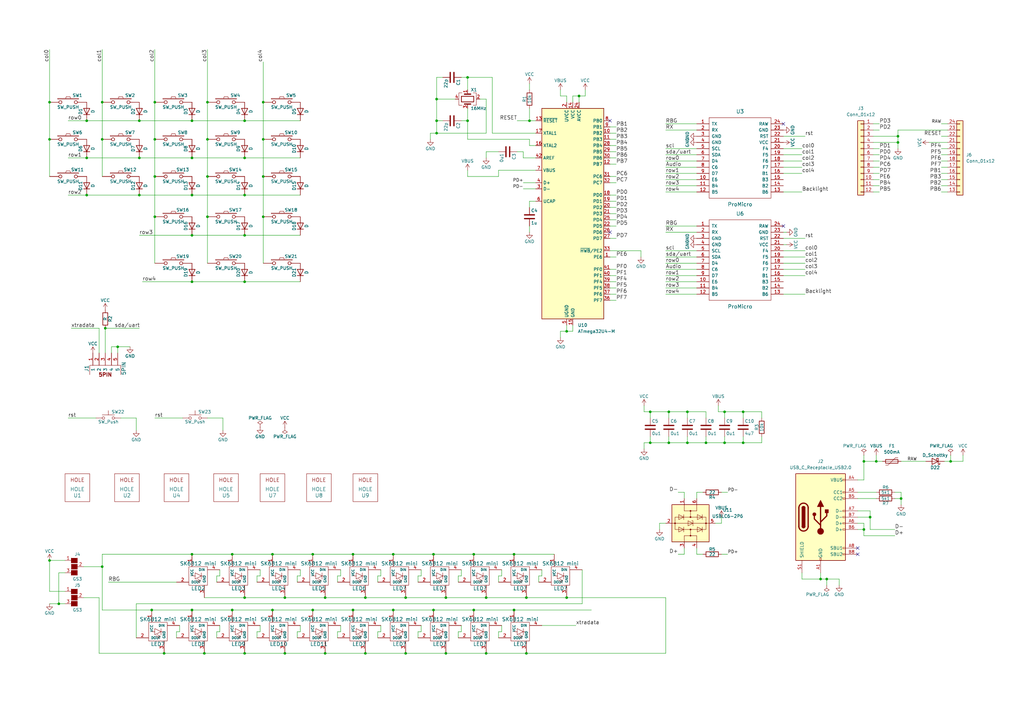
<source format=kicad_sch>
(kicad_sch (version 20230121) (generator eeschema)
  (paper "A3")
  (title_block (title "Dash") (rev "1.0.0-alpha") (company "omkbd"))
  (junction (at 95.25 250.19))
  (junction (at 20.32 57.15))
  (junction (at 354.33 189.23))
  (junction (at 389.89 189.23))
  (junction (at 191.77 31.75))
  (junction (at 133.35 267.97))
  (junction (at 35.56 49.53))
  (junction (at 24.13 247.65))
  (junction (at 100.33 267.97))
  (junction (at 297.18 181.61))
  (junction (at 232.41 245.11))
  (junction (at 128.27 250.19))
  (junction (at 116.84 267.97))
  (junction (at 100.33 80.01))
  (junction (at 41.91 232.41))
  (junction (at 289.56 181.61))
  (junction (at 177.8 227.33))
  (junction (at 210.82 250.19))
  (junction (at 57.15 64.77))
  (junction (at 100.33 64.77))
  (junction (at 199.39 267.97))
  (junction (at 116.84 245.11))
  (junction (at 144.78 250.19))
  (junction (at 78.74 80.01))
  (junction (at 111.76 250.19))
  (junction (at 194.31 227.33))
  (junction (at 107.95 57.15))
  (junction (at 107.95 41.91))
  (junction (at 63.5 88.9))
  (junction (at 368.3 55.88))
  (junction (at 107.95 72.39))
  (junction (at 78.74 227.33))
  (junction (at 20.32 229.87))
  (junction (at 281.94 168.91))
  (junction (at 43.18 134.62))
  (junction (at 274.32 168.91))
  (junction (at 83.82 267.97))
  (junction (at 359.41 189.23))
  (junction (at 215.9 267.97))
  (junction (at 266.7 168.91))
  (junction (at 166.37 245.11))
  (junction (at 339.09 237.49))
  (junction (at 100.33 49.53))
  (junction (at 85.09 72.39))
  (junction (at 199.39 245.11))
  (junction (at 78.74 49.53))
  (junction (at 20.32 41.91))
  (junction (at 281.94 181.61))
  (junction (at 304.8 181.61))
  (junction (at 149.86 267.97))
  (junction (at 217.17 49.53))
  (junction (at 191.77 49.53))
  (junction (at 41.91 41.91))
  (junction (at 111.76 227.33))
  (junction (at 149.86 245.11))
  (junction (at 85.09 41.91))
  (junction (at 161.29 227.33))
  (junction (at 179.07 54.61))
  (junction (at 63.5 57.15))
  (junction (at 100.33 245.11))
  (junction (at 182.88 245.11))
  (junction (at 182.88 267.97))
  (junction (at 177.8 250.19))
  (junction (at 95.25 227.33))
  (junction (at 297.18 168.91))
  (junction (at 194.31 250.19))
  (junction (at 35.56 64.77))
  (junction (at 78.74 250.19))
  (junction (at 85.09 57.15))
  (junction (at 266.7 181.61))
  (junction (at 85.09 88.9))
  (junction (at 166.37 267.97))
  (junction (at 35.56 80.01))
  (junction (at 304.8 168.91))
  (junction (at 179.07 40.64))
  (junction (at 62.23 250.19))
  (junction (at 354.33 217.17))
  (junction (at 100.33 115.57))
  (junction (at 41.91 57.15))
  (junction (at 210.82 227.33))
  (junction (at 368.3 58.42))
  (junction (at 57.15 80.01))
  (junction (at 48.26 142.24))
  (junction (at 100.33 96.52))
  (junction (at 78.74 115.57))
  (junction (at 356.87 212.09))
  (junction (at 78.74 64.77))
  (junction (at 215.9 245.11))
  (junction (at 232.41 135.89))
  (junction (at 369.57 204.47))
  (junction (at 336.55 237.49))
  (junction (at 57.15 49.53))
  (junction (at 63.5 72.39))
  (junction (at 63.5 41.91))
  (junction (at 161.29 250.19))
  (junction (at 237.49 39.37))
  (junction (at 128.27 227.33))
  (junction (at 179.07 49.53))
  (junction (at 144.78 227.33))
  (junction (at 133.35 245.11))
  (junction (at 107.95 88.9))
  (junction (at 274.32 181.61))
  (junction (at 67.31 267.97))
  (junction (at 78.74 96.52))
  (no_connect (at 321.31 92.71))
  (no_connect (at 321.31 50.8))
  (no_connect (at 351.79 227.33))
  (no_connect (at 250.19 49.53))
  (no_connect (at 250.19 95.25))
  (no_connect (at 351.79 224.79))
  (wire (pts (xy 100.33 96.52) (xy 123.19 96.52)))
  (wire (pts (xy 189.23 233.68) (xy 189.23 236.22)))
  (wire (pts (xy 234.95 39.37) (xy 234.95 41.91)))
  (wire (pts (xy 369.57 204.47) (xy 369.57 207.01)))
  (wire (pts (xy 111.76 227.33) (xy 128.27 227.33)))
  (wire (pts (xy 328.93 237.49) (xy 336.55 237.49)))
  (wire (pts (xy 264.16 168.91) (xy 266.7 168.91)))
  (wire (pts (xy 41.91 20.32) (xy 41.91 41.91)))
  (wire (pts (xy 266.7 168.91) (xy 266.7 171.45)))
  (wire (pts (xy 177.8 227.33) (xy 194.31 227.33)))
  (wire (pts (xy 43.18 134.62) (xy 43.18 144.78)))
  (wire (pts (xy 358.14 78.74) (xy 360.68 78.74)))
  (wire (pts (xy 204.47 72.39) (xy 191.77 72.39)))
  (wire (pts (xy 176.53 54.61) (xy 179.07 54.61)))
  (wire (pts (xy 55.88 247.65) (xy 238.76 247.65)))
  (wire (pts (xy 41.91 227.33) (xy 41.91 232.41)))
  (wire (pts (xy 154.94 236.22) (xy 154.94 238.76)))
  (wire (pts (xy 179.07 31.75) (xy 179.07 40.64)))
  (wire (pts (xy 199.39 245.11) (xy 215.9 245.11)))
  (wire (pts (xy 386.08 66.04) (xy 388.62 66.04)))
  (wire (pts (xy 394.97 189.23) (xy 394.97 186.69)))
  (wire (pts (xy 139.7 259.08) (xy 138.43 259.08)))
  (wire (pts (xy 72.39 259.08) (xy 72.39 261.62)))
  (wire (pts (xy 40.64 144.78) (xy 40.64 134.62)))
  (wire (pts (xy 312.42 181.61) (xy 304.8 181.61)))
  (wire (pts (xy 354.33 196.85) (xy 351.79 196.85)))
  (wire (pts (xy 189.23 49.53) (xy 191.77 49.53)))
  (wire (pts (xy 289.56 181.61) (xy 297.18 181.61)))
  (wire (pts (xy 250.19 113.03) (xy 252.73 113.03)))
  (wire (pts (xy 250.19 115.57) (xy 252.73 115.57)))
  (wire (pts (xy 273.05 115.57) (xy 285.75 115.57)))
  (wire (pts (xy 138.43 259.08) (xy 138.43 261.62)))
  (wire (pts (xy 107.95 41.91) (xy 107.95 57.15)))
  (wire (pts (xy 20.32 20.32) (xy 20.32 41.91)))
  (wire (pts (xy 204.47 69.85) (xy 204.47 72.39)))
  (wire (pts (xy 354.33 214.63) (xy 354.33 217.17)))
  (wire (pts (xy 351.79 201.93) (xy 359.41 201.93)))
  (wire (pts (xy 128.27 227.33) (xy 144.78 227.33)))
  (wire (pts (xy 201.93 54.61) (xy 219.71 54.61)))
  (wire (pts (xy 73.66 256.54) (xy 73.66 259.08)))
  (wire (pts (xy 205.74 236.22) (xy 204.47 236.22)))
  (wire (pts (xy 234.95 39.37) (xy 237.49 39.37)))
  (wire (pts (xy 386.08 50.8) (xy 388.62 50.8)))
  (wire (pts (xy 321.31 120.65) (xy 330.2 120.65)))
  (wire (pts (xy 240.03 39.37) (xy 240.03 36.83)))
  (wire (pts (xy 297.18 168.91) (xy 304.8 168.91)))
  (wire (pts (xy 214.63 64.77) (xy 219.71 64.77)))
  (wire (pts (xy 20.32 41.91) (xy 20.32 57.15)))
  (wire (pts (xy 273.05 110.49) (xy 285.75 110.49)))
  (wire (pts (xy 100.33 115.57) (xy 123.19 115.57)))
  (wire (pts (xy 336.55 237.49) (xy 336.55 234.95)))
  (wire (pts (xy 85.09 171.45) (xy 91.44 171.45)))
  (wire (pts (xy 351.79 214.63) (xy 354.33 214.63)))
  (wire (pts (xy 41.91 250.19) (xy 62.23 250.19)))
  (wire (pts (xy 181.61 31.75) (xy 179.07 31.75)))
  (wire (pts (xy 58.42 115.57) (xy 78.74 115.57)))
  (wire (pts (xy 321.31 71.12) (xy 328.93 71.12)))
  (wire (pts (xy 351.79 209.55) (xy 356.87 209.55)))
  (wire (pts (xy 90.17 256.54) (xy 90.17 259.08)))
  (wire (pts (xy 67.31 267.97) (xy 83.82 267.97)))
  (wire (pts (xy 189.23 259.08) (xy 187.96 259.08)))
  (wire (pts (xy 78.74 49.53) (xy 100.33 49.53)))
  (wire (pts (xy 321.31 95.25) (xy 322.58 95.25)))
  (wire (pts (xy 273.05 68.58) (xy 285.75 68.58)))
  (wire (pts (xy 229.87 135.89) (xy 232.41 135.89)))
  (wire (pts (xy 339.09 237.49) (xy 339.09 240.03)))
  (wire (pts (xy 386.08 55.88) (xy 388.62 55.88)))
  (wire (pts (xy 358.14 76.2) (xy 360.68 76.2)))
  (wire (pts (xy 189.23 256.54) (xy 189.23 259.08)))
  (wire (pts (xy 220.98 236.22) (xy 220.98 238.76)))
  (wire (pts (xy 232.41 135.89) (xy 234.95 135.89)))
  (wire (pts (xy 321.31 107.95) (xy 330.2 107.95)))
  (wire (pts (xy 368.3 53.34) (xy 368.3 55.88)))
  (wire (pts (xy 107.95 25.4) (xy 107.95 41.91)))
  (wire (pts (xy 90.17 236.22) (xy 88.9 236.22)))
  (wire (pts (xy 274.32 181.61) (xy 274.32 179.07)))
  (wire (pts (xy 351.79 204.47) (xy 359.41 204.47)))
  (wire (pts (xy 199.39 62.23) (xy 199.39 64.77)))
  (wire (pts (xy 297.18 181.61) (xy 304.8 181.61)))
  (wire (pts (xy 85.09 88.9) (xy 85.09 107.95)))
  (wire (pts (xy 27.94 49.53) (xy 35.56 49.53)))
  (wire (pts (xy 182.88 267.97) (xy 199.39 267.97)))
  (wire (pts (xy 45.72 144.78) (xy 45.72 142.24)))
  (wire (pts (xy 312.42 179.07) (xy 312.42 181.61)))
  (wire (pts (xy 351.79 217.17) (xy 354.33 217.17)))
  (wire (pts (xy 217.17 44.45) (xy 217.17 49.53)))
  (wire (pts (xy 356.87 212.09) (xy 356.87 217.17)))
  (wire (pts (xy 133.35 267.97) (xy 149.86 267.97)))
  (wire (pts (xy 63.5 41.91) (xy 63.5 57.15)))
  (wire (pts (xy 100.33 49.53) (xy 123.19 49.53)))
  (wire (pts (xy 95.25 227.33) (xy 111.76 227.33)))
  (wire (pts (xy 215.9 245.11) (xy 232.41 245.11)))
  (wire (pts (xy 273.05 267.97) (xy 273.05 245.11)))
  (wire (pts (xy 128.27 250.19) (xy 144.78 250.19)))
  (wire (pts (xy 232.41 245.11) (xy 273.05 245.11)))
  (wire (pts (xy 201.93 31.75) (xy 201.93 54.61)))
  (wire (pts (xy 214.63 64.77) (xy 214.63 62.23)))
  (wire (pts (xy 187.96 259.08) (xy 187.96 261.62)))
  (wire (pts (xy 63.5 88.9) (xy 63.5 107.95)))
  (wire (pts (xy 144.78 227.33) (xy 161.29 227.33)))
  (wire (pts (xy 217.17 82.55) (xy 219.71 82.55)))
  (wire (pts (xy 273.05 120.65) (xy 285.75 120.65)))
  (wire (pts (xy 356.87 212.09) (xy 351.79 212.09)))
  (wire (pts (xy 191.77 44.45) (xy 191.77 49.53)))
  (wire (pts (xy 138.43 236.22) (xy 138.43 238.76)))
  (wire (pts (xy 250.19 54.61) (xy 252.73 54.61)))
  (wire (pts (xy 219.71 77.47) (xy 214.63 77.47)))
  (wire (pts (xy 321.31 113.03) (xy 330.2 113.03)))
  (wire (pts (xy 48.26 142.24) (xy 48.26 144.78)))
  (wire (pts (xy 194.31 250.19) (xy 210.82 250.19)))
  (wire (pts (xy 321.31 102.87) (xy 330.2 102.87)))
  (wire (pts (xy 41.91 57.15) (xy 41.91 72.39)))
  (wire (pts (xy 171.45 259.08) (xy 171.45 261.62)))
  (wire (pts (xy 386.08 60.96) (xy 388.62 60.96)))
  (wire (pts (xy 250.19 80.01) (xy 252.73 80.01)))
  (wire (pts (xy 232.41 39.37) (xy 229.87 39.37)))
  (wire (pts (xy 121.92 259.08) (xy 121.92 261.62)))
  (wire (pts (xy 285.75 63.5) (xy 273.05 63.5)))
  (wire (pts (xy 149.86 267.97) (xy 166.37 267.97)))
  (wire (pts (xy 295.91 201.93) (xy 298.45 201.93)))
  (wire (pts (xy 88.9 259.08) (xy 88.9 261.62)))
  (wire (pts (xy 199.39 54.61) (xy 199.39 40.64)))
  (wire (pts (xy 78.74 227.33) (xy 95.25 227.33)))
  (wire (pts (xy 111.76 250.19) (xy 128.27 250.19)))
  (wire (pts (xy 250.19 123.19) (xy 252.73 123.19)))
  (wire (pts (xy 116.84 267.97) (xy 133.35 267.97)))
  (wire (pts (xy 273.05 92.71) (xy 285.75 92.71)))
  (wire (pts (xy 321.31 63.5) (xy 328.93 63.5)))
  (wire (pts (xy 139.7 256.54) (xy 139.7 259.08)))
  (wire (pts (xy 205.74 259.08) (xy 204.47 259.08)))
  (wire (pts (xy 358.14 66.04) (xy 360.68 66.04)))
  (wire (pts (xy 386.08 63.5) (xy 388.62 63.5)))
  (wire (pts (xy 49.53 171.45) (xy 55.88 171.45)))
  (wire (pts (xy 107.95 57.15) (xy 107.95 72.39)))
  (wire (pts (xy 281.94 168.91) (xy 281.94 171.45)))
  (wire (pts (xy 27.94 80.01) (xy 35.56 80.01)))
  (wire (pts (xy 229.87 138.43) (xy 229.87 135.89)))
  (wire (pts (xy 35.56 49.53) (xy 57.15 49.53)))
  (wire (pts (xy 85.09 57.15) (xy 85.09 72.39)))
  (wire (pts (xy 62.23 250.19) (xy 78.74 250.19)))
  (wire (pts (xy 381 58.42) (xy 388.62 58.42)))
  (wire (pts (xy 281.94 181.61) (xy 289.56 181.61)))
  (wire (pts (xy 321.31 66.04) (xy 328.93 66.04)))
  (wire (pts (xy 250.19 92.71) (xy 252.73 92.71)))
  (wire (pts (xy 182.88 245.11) (xy 199.39 245.11)))
  (wire (pts (xy 26.67 234.95) (xy 24.13 234.95)))
  (wire (pts (xy 57.15 49.53) (xy 78.74 49.53)))
  (wire (pts (xy 214.63 62.23) (xy 212.09 62.23)))
  (wire (pts (xy 199.39 62.23) (xy 204.47 62.23)))
  (wire (pts (xy 105.41 259.08) (xy 105.41 261.62)))
  (wire (pts (xy 121.92 236.22) (xy 121.92 238.76)))
  (wire (pts (xy 264.16 181.61) (xy 266.7 181.61)))
  (wire (pts (xy 294.64 168.91) (xy 294.64 166.37)))
  (wire (pts (xy 222.25 233.68) (xy 222.25 236.22)))
  (wire (pts (xy 161.29 227.33) (xy 177.8 227.33)))
  (wire (pts (xy 107.95 88.9) (xy 107.95 107.95)))
  (wire (pts (xy 57.15 64.77) (xy 78.74 64.77)))
  (wire (pts (xy 179.07 40.64) (xy 179.07 49.53)))
  (wire (pts (xy 336.55 237.49) (xy 339.09 237.49)))
  (wire (pts (xy 106.68 233.68) (xy 106.68 236.22)))
  (wire (pts (xy 116.84 245.11) (xy 133.35 245.11)))
  (wire (pts (xy 133.35 245.11) (xy 149.86 245.11)))
  (wire (pts (xy 85.09 41.91) (xy 85.09 57.15)))
  (wire (pts (xy 41.91 41.91) (xy 41.91 57.15)))
  (wire (pts (xy 280.67 201.93) (xy 280.67 204.47)))
  (wire (pts (xy 85.09 20.32) (xy 85.09 41.91)))
  (wire (pts (xy 273.05 73.66) (xy 285.75 73.66)))
  (wire (pts (xy 156.21 236.22) (xy 154.94 236.22)))
  (wire (pts (xy 273.05 78.74) (xy 285.75 78.74)))
  (wire (pts (xy 234.95 135.89) (xy 234.95 133.35)))
  (wire (pts (xy 354.33 219.71) (xy 367.03 219.71)))
  (wire (pts (xy 321.31 55.88) (xy 330.2 55.88)))
  (wire (pts (xy 289.56 168.91) (xy 289.56 171.45)))
  (wire (pts (xy 41.91 227.33) (xy 78.74 227.33)))
  (wire (pts (xy 273.05 50.8) (xy 285.75 50.8)))
  (wire (pts (xy 285.75 105.41) (xy 273.05 105.41)))
  (wire (pts (xy 358.14 63.5) (xy 360.68 63.5)))
  (wire (pts (xy 144.78 250.19) (xy 161.29 250.19)))
  (wire (pts (xy 274.32 181.61) (xy 281.94 181.61)))
  (wire (pts (xy 123.19 256.54) (xy 123.19 259.08)))
  (wire (pts (xy 250.19 67.31) (xy 252.73 67.31)))
  (wire (pts (xy 204.47 236.22) (xy 204.47 238.76)))
  (wire (pts (xy 273.05 113.03) (xy 285.75 113.03)))
  (wire (pts (xy 78.74 115.57) (xy 100.33 115.57)))
  (wire (pts (xy 285.75 60.96) (xy 273.05 60.96)))
  (wire (pts (xy 199.39 40.64) (xy 196.85 40.64)))
  (wire (pts (xy 281.94 181.61) (xy 281.94 179.07)))
  (wire (pts (xy 217.17 49.53) (xy 219.71 49.53)))
  (wire (pts (xy 232.41 135.89) (xy 232.41 133.35)))
  (wire (pts (xy 105.41 236.22) (xy 105.41 238.76)))
  (wire (pts (xy 250.19 64.77) (xy 252.73 64.77)))
  (wire (pts (xy 95.25 250.19) (xy 111.76 250.19)))
  (wire (pts (xy 45.72 142.24) (xy 48.26 142.24)))
  (wire (pts (xy 123.19 236.22) (xy 121.92 236.22)))
  (wire (pts (xy 100.33 64.77) (xy 123.19 64.77)))
  (wire (pts (xy 273.05 71.12) (xy 285.75 71.12)))
  (wire (pts (xy 280.67 227.33) (xy 280.67 224.79)))
  (wire (pts (xy 285.75 201.93) (xy 288.29 201.93)))
  (wire (pts (xy 35.56 64.77) (xy 57.15 64.77)))
  (wire (pts (xy 172.72 256.54) (xy 172.72 259.08)))
  (wire (pts (xy 83.82 245.11) (xy 100.33 245.11)))
  (wire (pts (xy 285.75 227.33) (xy 288.29 227.33)))
  (wire (pts (xy 156.21 259.08) (xy 154.94 259.08)))
  (wire (pts (xy 368.3 58.42) (xy 358.14 58.42)))
  (wire (pts (xy 43.18 134.62) (xy 57.15 134.62)))
  (wire (pts (xy 232.41 41.91) (xy 232.41 39.37)))
  (wire (pts (xy 172.72 259.08) (xy 171.45 259.08)))
  (wire (pts (xy 48.26 142.24) (xy 53.34 142.24)))
  (wire (pts (xy 358.14 73.66) (xy 360.68 73.66)))
  (wire (pts (xy 266.7 181.61) (xy 274.32 181.61)))
  (wire (pts (xy 199.39 267.97) (xy 215.9 267.97)))
  (wire (pts (xy 20.32 57.15) (xy 20.32 72.39)))
  (wire (pts (xy 321.31 110.49) (xy 330.2 110.49)))
  (wire (pts (xy 250.19 90.17) (xy 252.73 90.17)))
  (wire (pts (xy 194.31 227.33) (xy 210.82 227.33)))
  (wire (pts (xy 273.05 53.34) (xy 285.75 53.34)))
  (wire (pts (xy 273.05 118.11) (xy 285.75 118.11)))
  (wire (pts (xy 386.08 68.58) (xy 388.62 68.58)))
  (wire (pts (xy 171.45 236.22) (xy 171.45 238.76)))
  (wire (pts (xy 368.3 58.42) (xy 368.3 60.96)))
  (wire (pts (xy 73.66 259.08) (xy 72.39 259.08)))
  (wire (pts (xy 39.37 171.45) (xy 27.94 171.45)))
  (wire (pts (xy 386.08 76.2) (xy 388.62 76.2)))
  (wire (pts (xy 358.14 68.58) (xy 360.68 68.58)))
  (wire (pts (xy 328.93 234.95) (xy 328.93 237.49)))
  (wire (pts (xy 297.18 171.45) (xy 297.18 168.91)))
  (wire (pts (xy 55.88 171.45) (xy 55.88 176.53)))
  (wire (pts (xy 217.17 36.83) (xy 217.17 34.29)))
  (wire (pts (xy 177.8 250.19) (xy 194.31 250.19)))
  (wire (pts (xy 90.17 259.08) (xy 88.9 259.08)))
  (wire (pts (xy 205.74 256.54) (xy 205.74 259.08)))
  (wire (pts (xy 172.72 236.22) (xy 171.45 236.22)))
  (wire (pts (xy 35.56 80.01) (xy 57.15 80.01)))
  (wire (pts (xy 176.53 54.61) (xy 176.53 57.15)))
  (wire (pts (xy 237.49 39.37) (xy 240.03 39.37)))
  (wire (pts (xy 359.41 189.23) (xy 359.41 186.69)))
  (wire (pts (xy 100.33 80.01) (xy 123.19 80.01)))
  (wire (pts (xy 20.32 247.65) (xy 24.13 247.65)))
  (wire (pts (xy 187.96 236.22) (xy 187.96 238.76)))
  (wire (pts (xy 250.19 87.63) (xy 252.73 87.63)))
  (wire (pts (xy 354.33 217.17) (xy 354.33 219.71)))
  (wire (pts (xy 210.82 250.19) (xy 242.57 250.19)))
  (wire (pts (xy 161.29 250.19) (xy 177.8 250.19)))
  (wire (pts (xy 250.19 72.39) (xy 252.73 72.39)))
  (wire (pts (xy 250.19 74.93) (xy 252.73 74.93)))
  (wire (pts (xy 266.7 168.91) (xy 274.32 168.91)))
  (wire (pts (xy 387.35 189.23) (xy 389.89 189.23)))
  (wire (pts (xy 212.09 49.53) (xy 217.17 49.53)))
  (wire (pts (xy 78.74 64.77) (xy 100.33 64.77)))
  (wire (pts (xy 386.08 73.66) (xy 388.62 73.66)))
  (wire (pts (xy 250.19 59.69) (xy 252.73 59.69)))
  (wire (pts (xy 123.19 233.68) (xy 123.19 236.22)))
  (wire (pts (xy 389.89 186.69) (xy 389.89 189.23)))
  (wire (pts (xy 294.64 168.91) (xy 297.18 168.91)))
  (wire (pts (xy 123.19 259.08) (xy 121.92 259.08)))
  (wire (pts (xy 219.71 69.85) (xy 204.47 69.85)))
  (wire (pts (xy 204.47 259.08) (xy 204.47 261.62)))
  (wire (pts (xy 278.13 227.33) (xy 280.67 227.33)))
  (wire (pts (xy 250.19 97.79) (xy 252.73 97.79)))
  (wire (pts (xy 57.15 80.01) (xy 78.74 80.01)))
  (wire (pts (xy 106.68 259.08) (xy 105.41 259.08)))
  (wire (pts (xy 34.29 245.11) (xy 40.64 245.11)))
  (wire (pts (xy 210.82 227.33) (xy 227.33 227.33)))
  (wire (pts (xy 274.32 168.91) (xy 281.94 168.91)))
  (wire (pts (xy 344.17 237.49) (xy 344.17 240.03)))
  (wire (pts (xy 40.64 245.11) (xy 40.64 267.97)))
  (wire (pts (xy 321.31 60.96) (xy 328.93 60.96)))
  (wire (pts (xy 222.25 256.54) (xy 236.22 256.54)))
  (wire (pts (xy 222.25 236.22) (xy 220.98 236.22)))
  (wire (pts (xy 358.14 50.8) (xy 360.68 50.8)))
  (wire (pts (xy 106.68 256.54) (xy 106.68 259.08)))
  (wire (pts (xy 201.93 31.75) (xy 191.77 31.75)))
  (wire (pts (xy 40.64 267.97) (xy 67.31 267.97)))
  (wire (pts (xy 312.42 171.45) (xy 312.42 168.91)))
  (wire (pts (xy 85.09 72.39) (xy 85.09 88.9)))
  (wire (pts (xy 354.33 189.23) (xy 354.33 196.85)))
  (wire (pts (xy 266.7 179.07) (xy 266.7 181.61)))
  (wire (pts (xy 106.68 236.22) (xy 105.41 236.22)))
  (wire (pts (xy 217.17 57.15) (xy 217.17 59.69)))
  (wire (pts (xy 321.31 97.79) (xy 330.2 97.79)))
  (wire (pts (xy 189.23 31.75) (xy 191.77 31.75)))
  (wire (pts (xy 34.29 232.41) (xy 41.91 232.41)))
  (wire (pts (xy 295.91 212.09) (xy 295.91 214.63)))
  (wire (pts (xy 356.87 209.55) (xy 356.87 212.09)))
  (wire (pts (xy 250.19 120.65) (xy 252.73 120.65)))
  (wire (pts (xy 238.76 247.65) (xy 238.76 233.68)))
  (wire (pts (xy 359.41 189.23) (xy 361.95 189.23)))
  (wire (pts (xy 26.67 242.57) (xy 20.32 242.57)))
  (wire (pts (xy 285.75 102.87) (xy 273.05 102.87)))
  (wire (pts (xy 250.19 85.09) (xy 252.73 85.09)))
  (wire (pts (xy 179.07 54.61) (xy 199.39 54.61)))
  (wire (pts (xy 273.05 76.2) (xy 285.75 76.2)))
  (wire (pts (xy 328.93 78.74) (xy 321.31 78.74)))
  (wire (pts (xy 250.19 118.11) (xy 252.73 118.11)))
  (wire (pts (xy 368.3 53.34) (xy 388.62 53.34)))
  (wire (pts (xy 312.42 168.91) (xy 304.8 168.91)))
  (wire (pts (xy 156.21 256.54) (xy 156.21 259.08)))
  (wire (pts (xy 321.31 100.33) (xy 322.58 100.33)))
  (wire (pts (xy 368.3 55.88) (xy 368.3 58.42)))
  (wire (pts (xy 217.17 82.55) (xy 217.17 85.09)))
  (wire (pts (xy 289.56 181.61) (xy 289.56 179.07)))
  (wire (pts (xy 250.19 62.23) (xy 252.73 62.23)))
  (wire (pts (xy 264.16 181.61) (xy 264.16 184.15)))
  (wire (pts (xy 250.19 57.15) (xy 252.73 57.15)))
  (wire (pts (xy 262.89 102.87) (xy 262.89 105.41)))
  (wire (pts (xy 57.15 96.52) (xy 78.74 96.52)))
  (wire (pts (xy 285.75 224.79) (xy 285.75 227.33)))
  (wire (pts (xy 27.94 64.77) (xy 35.56 64.77)))
  (wire (pts (xy 304.8 181.61) (xy 304.8 179.07)))
  (wire (pts (xy 166.37 245.11) (xy 182.88 245.11)))
  (wire (pts (xy 281.94 168.91) (xy 289.56 168.91)))
  (wire (pts (xy 191.77 57.15) (xy 217.17 57.15)))
  (wire (pts (xy 386.08 71.12) (xy 388.62 71.12)))
  (wire (pts (xy 250.19 52.07) (xy 252.73 52.07)))
  (wire (pts (xy 179.07 49.53) (xy 179.07 54.61)))
  (wire (pts (xy 217.17 92.71) (xy 217.17 95.25)))
  (wire (pts (xy 44.45 238.76) (xy 72.39 238.76)))
  (wire (pts (xy 264.16 168.91) (xy 264.16 166.37)))
  (wire (pts (xy 386.08 78.74) (xy 388.62 78.74)))
  (wire (pts (xy 78.74 96.52) (xy 100.33 96.52)))
  (wire (pts (xy 41.91 232.41) (xy 41.91 250.19)))
  (wire (pts (xy 215.9 267.97) (xy 273.05 267.97)))
  (wire (pts (xy 88.9 236.22) (xy 88.9 238.76)))
  (wire (pts (xy 389.89 189.23) (xy 394.97 189.23)))
  (wire (pts (xy 358.14 60.96) (xy 360.68 60.96)))
  (wire (pts (xy 358.14 53.34) (xy 360.68 53.34)))
  (wire (pts (xy 191.77 49.53) (xy 191.77 57.15)))
  (wire (pts (xy 189.23 236.22) (xy 187.96 236.22)))
  (wire (pts (xy 74.93 171.45) (xy 63.5 171.45)))
  (wire (pts (xy 321.31 105.41) (xy 330.2 105.41)))
  (wire (pts (xy 354.33 186.69) (xy 354.33 189.23)))
  (wire (pts (xy 273.05 95.25) (xy 285.75 95.25)))
  (wire (pts (xy 250.19 82.55) (xy 252.73 82.55)))
  (wire (pts (xy 339.09 237.49) (xy 344.17 237.49)))
  (wire (pts (xy 78.74 250.19) (xy 95.25 250.19)))
  (wire (pts (xy 166.37 267.97) (xy 182.88 267.97)))
  (wire (pts (xy 356.87 217.17) (xy 367.03 217.17)))
  (wire (pts (xy 354.33 189.23) (xy 359.41 189.23)))
  (wire (pts (xy 219.71 74.93) (xy 214.63 74.93)))
  (wire (pts (xy 172.72 233.68) (xy 172.72 236.22)))
  (wire (pts (xy 274.32 168.91) (xy 274.32 171.45)))
  (wire (pts (xy 285.75 204.47) (xy 285.75 201.93)))
  (wire (pts (xy 369.57 189.23) (xy 379.73 189.23)))
  (wire (pts (xy 78.74 80.01) (xy 100.33 80.01)))
  (wire (pts (xy 100.33 267.97) (xy 116.84 267.97)))
  (wire (pts (xy 358.14 71.12) (xy 360.68 71.12)))
  (wire (pts (xy 40.64 134.62) (xy 29.21 134.62)))
  (wire (pts (xy 63.5 57.15) (xy 63.5 72.39)))
  (wire (pts (xy 304.8 168.91) (xy 304.8 171.45)))
  (wire (pts (xy 293.37 214.63) (xy 295.91 214.63)))
  (wire (pts (xy 191.77 31.75) (xy 191.77 36.83)))
  (wire (pts (xy 90.17 233.68) (xy 90.17 236.22)))
  (wire (pts (xy 100.33 245.11) (xy 116.84 245.11)))
  (wire (pts (xy 63.5 20.32) (xy 63.5 41.91)))
  (wire (pts (xy 179.07 49.53) (xy 181.61 49.53)))
  (wire (pts (xy 278.13 201.93) (xy 280.67 201.93)))
  (wire (pts (xy 273.05 107.95) (xy 285.75 107.95)))
  (wire (pts (xy 358.14 55.88) (xy 368.3 55.88)))
  (wire (pts (xy 295.91 227.33) (xy 298.45 227.33)))
  (wire (pts (xy 83.82 267.97) (xy 100.33 267.97)))
  (wire (pts (xy 24.13 234.95) (xy 24.13 247.65)))
  (wire (pts (xy 55.88 261.62) (xy 55.88 247.65)))
  (wire (pts (xy 237.49 39.37) (xy 237.49 41.91)))
  (wire (pts (xy 139.7 236.22) (xy 138.43 236.22)))
  (wire (pts (xy 186.69 40.64) (xy 179.07 40.64)))
  (wire (pts (xy 24.13 247.65) (xy 26.67 247.65)))
  (wire (pts (xy 205.74 233.68) (xy 205.74 236.22)))
  (wire (pts (xy 20.32 229.87) (xy 26.67 229.87)))
  (wire (pts (xy 250.19 102.87) (xy 262.89 102.87)))
  (wire (pts (xy 91.44 171.45) (xy 91.44 176.53)))
  (wire (pts (xy 107.95 72.39) (xy 107.95 88.9)))
  (wire (pts (xy 217.17 59.69) (xy 219.71 59.69)))
  (wire (pts (xy 20.32 242.57) (xy 20.32 229.87)))
  (wire (pts (xy 297.18 181.61) (xy 297.18 179.07)))
  (wire (pts (xy 229.87 39.37) (xy 229.87 36.83)))
  (wire (pts (xy 149.86 245.11) (xy 166.37 245.11)))
  (wire (pts (xy 250.19 105.41) (xy 252.73 105.41)))
  (wire (pts (xy 321.31 68.58) (xy 328.93 68.58)))
  (wire (pts (xy 273.05 214.63) (xy 270.51 214.63)))
  (wire (pts (xy 369.57 201.93) (xy 367.03 201.93)))
  (wire (pts (xy 156.21 233.68) (xy 156.21 236.22)))
  (wire (pts (xy 369.57 201.93) (xy 369.57 204.47)))
  (wire (pts (xy 154.94 259.08) (xy 154.94 261.62)))
  (wire (pts (xy 270.51 214.63) (xy 270.51 217.17)))
  (wire (pts (xy 367.03 204.47) (xy 369.57 204.47)))
  (wire (pts (xy 250.19 110.49) (xy 252.73 110.49)))
  (wire (pts (xy 139.7 233.68) (xy 139.7 236.22)))
  (wire (pts (xy 273.05 66.04) (xy 285.75 66.04)))
  (wire (pts (xy 63.5 72.39) (xy 63.5 88.9)))
  (wire (pts (xy 191.77 69.85) (xy 191.77 72.39)))
  (label "row4" (at 58.42 115.57 0) (effects (font (size 1.524 1.524))))
  (label "PD1" (at 360.68 60.96 0) (effects (font (size 1.524 1.524))))
  (label "col3" (at 330.2 110.49 0) (effects (font (size 1.524 1.524))))
  (label "PD3" (at 360.68 50.8 0) (effects (font (size 1.524 1.524))))
  (label "row1" (at 273.05 113.03 0) (effects (font (size 1.524 1.524))))
  (label "RX" (at 273.05 53.34 0) (effects (font (size 1.524 1.524))))
  (label "PB6" (at 386.08 78.74 180) (effects (font (size 1.524 1.524))))
  (label "PD-" (at 214.63 77.47 180))
  (label "col1" (at 328.93 63.5 0) (effects (font (size 1.524 1.524))))
  (label "PF7" (at 386.08 68.58 180) (effects (font (size 1.524 1.524))))
  (label "row3" (at 57.15 96.52 0) (effects (font (size 1.524 1.524))))
  (label "scl" (at 273.05 60.96 0) (effects (font (size 1.524 1.524))))
  (label "RAW" (at 372.11 189.23 0))
  (label "PD+" (at 214.63 74.93 180))
  (label "PF6" (at 252.73 120.65 0) (effects (font (size 1.524 1.524))))
  (label "PD1" (at 252.73 82.55 0) (effects (font (size 1.524 1.524))))
  (label "PD4" (at 360.68 66.04 0) (effects (font (size 1.524 1.524))))
  (label "PB5" (at 360.68 78.74 0) (effects (font (size 1.524 1.524))))
  (label "PB2" (at 252.73 54.61 0) (effects (font (size 1.524 1.524))))
  (label "RX" (at 273.05 95.25 0) (effects (font (size 1.524 1.524))))
  (label "row2" (at 273.05 73.66 0) (effects (font (size 1.524 1.524))))
  (label "row2" (at 27.94 80.01 0) (effects (font (size 1.524 1.524))))
  (label "Backlight" (at 330.2 120.65 0) (effects (font (size 1.524 1.524))))
  (label "RBG" (at 273.05 92.71 0) (effects (font (size 1.524 1.524))))
  (label "RBG" (at 44.45 238.76 0) (effects (font (size 1.524 1.524))))
  (label "PB1" (at 252.73 52.07 0) (effects (font (size 1.524 1.524))))
  (label "PB5" (at 252.73 62.23 0) (effects (font (size 1.524 1.524))))
  (label "rst" (at 63.5 171.45 0) (effects (font (size 1.524 1.524))))
  (label "PD3" (at 252.73 87.63 0) (effects (font (size 1.524 1.524))))
  (label "Audio" (at 273.05 68.58 0) (effects (font (size 1.524 1.524))))
  (label "PB6" (at 252.73 64.77 0) (effects (font (size 1.524 1.524))))
  (label "PB3" (at 252.73 57.15 0) (effects (font (size 1.524 1.524))))
  (label "RAW" (at 386.08 50.8 180))
  (label "PC6" (at 252.73 72.39 0) (effects (font (size 1.524 1.524))))
  (label "D-" (at 367.03 217.17 0) (effects (font (size 1.524 1.524))))
  (label "PE6" (at 252.73 105.41 0) (effects (font (size 1.524 1.524))))
  (label "row0" (at 27.94 49.53 0) (effects (font (size 1.524 1.524))))
  (label "PD0" (at 360.68 63.5 0) (effects (font (size 1.524 1.524))))
  (label "col0" (at 330.2 102.87 0) (effects (font (size 1.524 1.524))))
  (label "row3" (at 273.05 76.2 0) (effects (font (size 1.524 1.524))))
  (label "rst" (at 27.94 171.45 0) (effects (font (size 1.524 1.524))))
  (label "sda/uart" (at 273.05 63.5 0) (effects (font (size 1.524 1.524))))
  (label "xtradata" (at 29.21 134.62 0) (effects (font (size 1.524 1.524))))
  (label "PF4" (at 386.08 60.96 180) (effects (font (size 1.524 1.524))))
  (label "PC6" (at 360.68 68.58 0) (effects (font (size 1.524 1.524))))
  (label "xtradata" (at 236.22 256.54 0) (effects (font (size 1.524 1.524))))
  (label "D-" (at 278.13 201.93 180) (effects (font (size 1.524 1.524))))
  (label "Backlight" (at 328.93 78.74 0) (effects (font (size 1.524 1.524))))
  (label "col3" (at 85.09 25.4 90) (effects (font (size 1.524 1.524))))
  (label "PF7" (at 252.73 123.19 0) (effects (font (size 1.524 1.524))))
  (label "scl" (at 273.05 102.87 0) (effects (font (size 1.524 1.524))))
  (label "PC7" (at 252.73 74.93 0) (effects (font (size 1.524 1.524))))
  (label "PD4" (at 252.73 90.17 0) (effects (font (size 1.524 1.524))))
  (label "PD2" (at 252.73 85.09 0) (effects (font (size 1.524 1.524))))
  (label "col2" (at 328.93 66.04 0) (effects (font (size 1.524 1.524))))
  (label "row4" (at 273.05 78.74 0) (effects (font (size 1.524 1.524))))
  (label "PF5" (at 252.73 118.11 0) (effects (font (size 1.524 1.524))))
  (label "PD+" (at 298.45 227.33 0))
  (label "PB4" (at 252.73 59.69 0) (effects (font (size 1.524 1.524))))
  (label "row4" (at 273.05 120.65 0) (effects (font (size 1.524 1.524))))
  (label "row0" (at 273.05 66.04 0) (effects (font (size 1.524 1.524))))
  (label "Audio" (at 273.05 110.49 0) (effects (font (size 1.524 1.524))))
  (label "rst" (at 330.2 55.88 0) (effects (font (size 1.524 1.524))))
  (label "PB3" (at 386.08 73.66 180) (effects (font (size 1.524 1.524))))
  (label "col0" (at 20.32 25.4 90) (effects (font (size 1.524 1.524))))
  (label "PD7" (at 360.68 71.12 0) (effects (font (size 1.524 1.524))))
  (label "col4" (at 328.93 71.12 0) (effects (font (size 1.524 1.524))))
  (label "col0" (at 328.93 60.96 0) (effects (font (size 1.524 1.524))))
  (label "sda/uart" (at 46.99 134.62 0) (effects (font (size 1.524 1.524))))
  (label "row1" (at 273.05 71.12 0) (effects (font (size 1.524 1.524))))
  (label "PF6" (at 386.08 66.04 180) (effects (font (size 1.524 1.524))))
  (label "row3" (at 273.05 118.11 0) (effects (font (size 1.524 1.524))))
  (label "PE6" (at 360.68 73.66 0) (effects (font (size 1.524 1.524))))
  (label "row2" (at 273.05 115.57 0) (effects (font (size 1.524 1.524))))
  (label "col4" (at 330.2 113.03 0) (effects (font (size 1.524 1.524))))
  (label "rst" (at 330.2 97.79 0) (effects (font (size 1.524 1.524))))
  (label "PD-" (at 298.45 201.93 0))
  (label "col2" (at 63.5 25.4 90) (effects (font (size 1.524 1.524))))
  (label "RESET" (at 212.09 49.53 180) (effects (font (size 1.524 1.524))))
  (label "PB1" (at 386.08 71.12 180) (effects (font (size 1.524 1.524))))
  (label "sda/uart" (at 273.05 105.41 0) (effects (font (size 1.524 1.524))))
  (label "RESET" (at 386.08 55.88 180) (effects (font (size 1.524 1.524))))
  (label "col3" (at 328.93 68.58 0) (effects (font (size 1.524 1.524))))
  (label "PD2" (at 360.68 53.34 0) (effects (font (size 1.524 1.524))))
  (label "row1" (at 27.94 64.77 0) (effects (font (size 1.524 1.524))))
  (label "col1" (at 41.91 25.4 90) (effects (font (size 1.524 1.524))))
  (label "col2" (at 330.2 107.95 0) (effects (font (size 1.524 1.524))))
  (label "PB7" (at 252.73 67.31 0) (effects (font (size 1.524 1.524))))
  (label "D+" (at 367.03 219.71 0) (effects (font (size 1.524 1.524))))
  (label "col1" (at 330.2 105.41 0) (effects (font (size 1.524 1.524))))
  (label "RBG" (at 273.05 50.8 0) (effects (font (size 1.524 1.524))))
  (label "PD7" (at 252.73 97.79 0) (effects (font (size 1.524 1.524))))
  (label "row0" (at 273.05 107.95 0) (effects (font (size 1.524 1.524))))
  (label "PF0" (at 252.73 110.49 0) (effects (font (size 1.524 1.524))))
  (label "PD5" (at 252.73 92.71 0) (effects (font (size 1.524 1.524))))
  (label "PD0" (at 252.73 80.01 0) (effects (font (size 1.524 1.524))))
  (label "PF1" (at 252.73 113.03 0) (effects (font (size 1.524 1.524))))
  (label "D+" (at 278.13 227.33 180) (effects (font (size 1.524 1.524))))
  (label "PF4" (at 252.73 115.57 0) (effects (font (size 1.524 1.524))))
  (label "PB2" (at 386.08 76.2 180) (effects (font (size 1.524 1.524))))
  (label "PB4" (at 360.68 76.2 0) (effects (font (size 1.524 1.524))))
  (label "PF5" (at 386.08 63.5 180) (effects (font (size 1.524 1.524))))
  (label "col4" (at 107.95 25.4 90) (effects (font (size 1.524 1.524))))
  (symbol (lib_id "edwardash-rescue:HOLE-ergodash") (at 31.75 203.2 0) (unit 1)
    (property "Reference" "U1" (at 31.75 203.2 0) (effects (font (size 1.524 1.524))))
    (property "Value" "HOLE" (at 31.75 200.66 0) (effects (font (size 1.524 1.524))))
    (property "Footprint" "library:hole" (effects hide))
  )
  (symbol (lib_id "edwardash-rescue:HOLE-ergodash") (at 52.07 203.2 0) (unit 1)
    (property "Reference" "U2" (at 52.07 203.2 0) (effects (font (size 1.524 1.524))))
    (property "Value" "HOLE" (at 52.07 200.66 0) (effects (font (size 1.524 1.524))))
    (property "Footprint" "library:hole" (effects hide))
  )
  (symbol (lib_id "edwardash-rescue:HOLE-ergodash") (at 72.39 203.2 0) (unit 1)
    (property "Reference" "U4" (at 72.39 203.2 0) (effects (font (size 1.524 1.524))))
    (property "Value" "HOLE" (at 72.39 200.66 0) (effects (font (size 1.524 1.524))))
    (property "Footprint" "library:hole" (effects hide))
  )
  (symbol (lib_id "edwardash-rescue:HOLE-ergodash") (at 92.71 203.2 0) (unit 1)
    (property "Reference" "U5" (at 92.71 203.2 0) (effects (font (size 1.524 1.524))))
    (property "Value" "HOLE" (at 92.71 200.66 0) (effects (font (size 1.524 1.524))))
    (property "Footprint" "library:hole" (effects hide))
  )
  (symbol (lib_id "edwardash-rescue:ProMicro-promicro") (at 303.53 69.85 0) (unit 1)
    (property "Reference" "U3" (at 303.53 45.72 0) (effects (font (size 1.524 1.524))))
    (property "Value" "ProMicro" (at 303.53 83.82 0) (effects (font (size 1.524 1.524))))
    (property "Footprint" "library:ProMicro_rev" (effects hide))
  )
  (symbol (lib_id "power:GND") (at 321.31 53.34 90) (unit 1)
    (property "Reference" "#PWR01" (effects hide))
    (property "Value" "GND" (at 325.12 53.34 0))
  )
  (symbol (lib_id "power:VCC") (at 321.31 58.42 270) (unit 1)
    (property "Reference" "#PWR02" (effects hide))
    (property "Value" "VCC" (at 325.12 58.42 0))
  )
  (symbol (lib_id "power:GND") (at 285.75 55.88 270) (unit 1)
    (property "Reference" "#PWR03" (effects hide))
    (property "Value" "GND" (at 281.94 55.88 0))
  )
  (symbol (lib_id "power:GND") (at 285.75 58.42 270) (unit 1)
    (property "Reference" "#PWR04" (effects hide))
    (property "Value" "GND" (at 281.94 58.42 0))
  )
  (symbol (lib_id "edwardash-rescue:5PIN-ergodash") (at 43.18 149.86 90) (unit 1)
    (property "Reference" "J1" (at 35.56 151.13 0) (effects (font (size 1.524 1.524))))
    (property "Value" "5PIN" (at 50.8 151.13 0) (effects (font (size 1.524 1.524))))
    (property "Footprint" "library:trrs_jack" (effects hide))
  )
  (symbol (lib_id "Device:R") (at 43.18 130.81 0) (unit 1)
    (property "Reference" "R2" (at 45.212 130.81 90))
    (property "Value" "R" (at 43.18 130.81 90))
    (property "Footprint" "Resistors_THT:R_Axial_DIN0207_L6.3mm_D2.5mm_P10.16mm_Horizontal" (effects hide))
  )
  (symbol (lib_id "power:VCC") (at 43.18 127 0) (unit 1)
    (property "Reference" "#PWR06" (effects hide))
    (property "Value" "VCC" (at 43.18 123.19 0))
  )
  (symbol (lib_id "power:GND") (at 53.34 142.24 0) (unit 1)
    (property "Reference" "#PWR07" (effects hide))
    (property "Value" "GND" (at 53.34 146.05 0))
  )
  (symbol (lib_id "power:VCC") (at 38.1 144.78 0) (unit 1)
    (property "Reference" "#PWR08" (effects hide))
    (property "Value" "VCC" (at 38.1 140.97 0))
  )
  (symbol (lib_id "edwardash-rescue:SW_PUSH-ergodash") (at 27.94 41.91 0) (unit 1)
    (property "Reference" "SW1" (at 31.75 39.116 0))
    (property "Value" "SW_PUSH" (at 27.94 43.942 0))
    (property "Footprint" "library:MX_ALPS" (effects hide))
  )
  (symbol (lib_id "edwardash-rescue:SW_PUSH-ergodash") (at 49.53 41.91 0) (unit 1)
    (property "Reference" "SW2" (at 53.34 39.116 0))
    (property "Value" "SW_PUSH" (at 49.53 43.942 0))
    (property "Footprint" "library:MX_ALPS" (effects hide))
  )
  (symbol (lib_id "edwardash-rescue:SW_PUSH-ergodash") (at 71.12 41.91 0) (unit 1)
    (property "Reference" "SW3" (at 74.93 39.116 0))
    (property "Value" "SW_PUSH" (at 71.12 43.942 0))
    (property "Footprint" "library:MX_ALPS" (effects hide))
  )
  (symbol (lib_id "edwardash-rescue:SW_PUSH-ergodash") (at 92.71 41.91 0) (unit 1)
    (property "Reference" "SW4" (at 96.52 39.116 0))
    (property "Value" "SW_PUSH" (at 92.71 43.942 0))
    (property "Footprint" "library:MX_ALPS" (effects hide))
  )
  (symbol (lib_id "edwardash-rescue:SW_PUSH-ergodash") (at 115.57 41.91 0) (unit 1)
    (property "Reference" "SW5" (at 119.38 39.116 0))
    (property "Value" "SW_PUSH" (at 115.57 43.942 0))
    (property "Footprint" "library:MX_ALPS" (effects hide))
  )
  (symbol (lib_id "edwardash-rescue:SW_PUSH-ergodash") (at 115.57 57.15 0) (unit 1)
    (property "Reference" "SW10" (at 119.38 54.356 0))
    (property "Value" "SW_PUSH" (at 115.57 59.182 0))
    (property "Footprint" "library:MX_ALPS" (effects hide))
  )
  (symbol (lib_id "edwardash-rescue:SW_PUSH-ergodash") (at 92.71 57.15 0) (unit 1)
    (property "Reference" "SW9" (at 96.52 54.356 0))
    (property "Value" "SW_PUSH" (at 92.71 59.182 0))
    (property "Footprint" "library:MX_ALPS" (effects hide))
  )
  (symbol (lib_id "edwardash-rescue:SW_PUSH-ergodash") (at 71.12 57.15 0) (unit 1)
    (property "Reference" "SW8" (at 74.93 54.356 0))
    (property "Value" "SW_PUSH" (at 71.12 59.182 0))
    (property "Footprint" "library:MX_ALPS" (effects hide))
  )
  (symbol (lib_id "edwardash-rescue:SW_PUSH-ergodash") (at 49.53 57.15 0) (unit 1)
    (property "Reference" "SW7" (at 53.34 54.356 0))
    (property "Value" "SW_PUSH" (at 49.53 59.182 0))
    (property "Footprint" "library:MX_ALPS" (effects hide))
  )
  (symbol (lib_id "edwardash-rescue:SW_PUSH-ergodash") (at 27.94 57.15 0) (unit 1)
    (property "Reference" "SW6" (at 31.75 54.356 0))
    (property "Value" "SW_PUSH" (at 27.94 59.182 0))
    (property "Footprint" "library:MX_ALPS" (effects hide))
  )
  (symbol (lib_id "edwardash-rescue:SW_PUSH-ergodash") (at 27.94 72.39 0) (unit 1)
    (property "Reference" "SW11" (at 31.75 69.596 0))
    (property "Value" "SW_PUSH" (at 27.94 74.422 0))
    (property "Footprint" "library:MX_ALPS" (effects hide))
  )
  (symbol (lib_id "edwardash-rescue:SW_PUSH-ergodash") (at 49.53 72.39 0) (unit 1)
    (property "Reference" "SW12" (at 53.34 69.596 0))
    (property "Value" "SW_PUSH" (at 49.53 74.422 0))
    (property "Footprint" "library:MX_ALPS" (effects hide))
  )
  (symbol (lib_id "edwardash-rescue:SW_PUSH-ergodash") (at 71.12 72.39 0) (unit 1)
    (property "Reference" "SW13" (at 74.93 69.596 0))
    (property "Value" "SW_PUSH" (at 71.12 74.422 0))
    (property "Footprint" "library:MX_ALPS" (effects hide))
  )
  (symbol (lib_id "edwardash-rescue:SW_PUSH-ergodash") (at 92.71 72.39 0) (unit 1)
    (property "Reference" "SW14" (at 96.52 69.596 0))
    (property "Value" "SW_PUSH" (at 92.71 74.422 0))
    (property "Footprint" "library:MX_ALPS" (effects hide))
  )
  (symbol (lib_id "edwardash-rescue:SW_PUSH-ergodash") (at 115.57 72.39 0) (unit 1)
    (property "Reference" "SW15" (at 119.38 69.596 0))
    (property "Value" "SW_PUSH" (at 115.57 74.422 0))
    (property "Footprint" "library:MX_ALPS" (effects hide))
  )
  (symbol (lib_id "Device:D") (at 35.56 45.72 90) (unit 1)
    (property "Reference" "D1" (at 33.02 45.72 0))
    (property "Value" "D" (at 38.1 45.72 0))
    (property "Footprint" "library:Diode_SMD_THT3" (effects hide))
  )
  (symbol (lib_id "Device:D") (at 57.15 45.72 90) (unit 1)
    (property "Reference" "D2" (at 54.61 45.72 0))
    (property "Value" "D" (at 59.69 45.72 0))
    (property "Footprint" "library:Diode_SMD_THT3" (effects hide))
  )
  (symbol (lib_id "Device:D") (at 78.74 45.72 90) (unit 1)
    (property "Reference" "D3" (at 76.2 45.72 0))
    (property "Value" "D" (at 81.28 45.72 0))
    (property "Footprint" "library:Diode_SMD_THT3" (effects hide))
  )
  (symbol (lib_id "Device:D") (at 100.33 45.72 90) (unit 1)
    (property "Reference" "D4" (at 97.79 45.72 0))
    (property "Value" "D" (at 102.87 45.72 0))
    (property "Footprint" "library:Diode_SMD_THT3" (effects hide))
  )
  (symbol (lib_id "Device:D") (at 123.19 45.72 90) (unit 1)
    (property "Reference" "D5" (at 120.65 45.72 0))
    (property "Value" "D" (at 125.73 45.72 0))
    (property "Footprint" "library:Diode_SMD_THT3" (effects hide))
  )
  (symbol (lib_id "Device:D") (at 123.19 60.96 90) (unit 1)
    (property "Reference" "D10" (at 120.65 60.96 0))
    (property "Value" "D" (at 125.73 60.96 0))
    (property "Footprint" "library:Diode_SMD_THT3" (effects hide))
  )
  (symbol (lib_id "Device:D") (at 100.33 60.96 90) (unit 1)
    (property "Reference" "D9" (at 97.79 60.96 0))
    (property "Value" "D" (at 102.87 60.96 0))
    (property "Footprint" "library:Diode_SMD_THT3" (effects hide))
  )
  (symbol (lib_id "Device:D") (at 78.74 60.96 90) (unit 1)
    (property "Reference" "D8" (at 76.2 60.96 0))
    (property "Value" "D" (at 81.28 60.96 0))
    (property "Footprint" "library:Diode_SMD_THT3" (effects hide))
  )
  (symbol (lib_id "Device:D") (at 57.15 60.96 90) (unit 1)
    (property "Reference" "D7" (at 54.61 60.96 0))
    (property "Value" "D" (at 59.69 60.96 0))
    (property "Footprint" "library:Diode_SMD_THT3" (effects hide))
  )
  (symbol (lib_id "Device:D") (at 35.56 60.96 90) (unit 1)
    (property "Reference" "D6" (at 33.02 60.96 0))
    (property "Value" "D" (at 38.1 60.96 0))
    (property "Footprint" "library:Diode_SMD_THT3" (effects hide))
  )
  (symbol (lib_id "Device:D") (at 35.56 76.2 90) (unit 1)
    (property "Reference" "D11" (at 33.02 76.2 0))
    (property "Value" "D" (at 38.1 76.2 0))
    (property "Footprint" "library:Diode_SMD_THT3" (effects hide))
  )
  (symbol (lib_id "Device:D") (at 57.15 76.2 90) (unit 1)
    (property "Reference" "D12" (at 54.61 76.2 0))
    (property "Value" "D" (at 59.69 76.2 0))
    (property "Footprint" "library:Diode_SMD_THT3" (effects hide))
  )
  (symbol (lib_id "Device:D") (at 78.74 76.2 90) (unit 1)
    (property "Reference" "D13" (at 76.2 76.2 0))
    (property "Value" "D" (at 81.28 76.2 0))
    (property "Footprint" "library:Diode_SMD_THT3" (effects hide))
  )
  (symbol (lib_id "Device:D") (at 100.33 76.2 90) (unit 1)
    (property "Reference" "D14" (at 97.79 76.2 0))
    (property "Value" "D" (at 102.87 76.2 0))
    (property "Footprint" "library:Diode_SMD_THT3" (effects hide))
  )
  (symbol (lib_id "Device:D") (at 123.19 76.2 90) (unit 1)
    (property "Reference" "D15" (at 120.65 76.2 0))
    (property "Value" "D" (at 125.73 76.2 0))
    (property "Footprint" "library:Diode_SMD_THT3" (effects hide))
  )
  (symbol (lib_id "power:PWR_FLAG") (at 106.68 175.26 0) (unit 1)
    (property "Reference" "#FLG09" (effects hide))
    (property "Value" "PWR_FLAG" (at 106.68 171.45 0))
  )
  (symbol (lib_id "power:PWR_FLAG") (at 116.84 175.26 180) (unit 1)
    (property "Reference" "#FLG010" (effects hide))
    (property "Value" "PWR_FLAG" (at 116.84 179.07 0))
  )
  (symbol (lib_id "power:GND") (at 106.68 175.26 0) (unit 1)
    (property "Reference" "#PWR011" (effects hide))
    (property "Value" "GND" (at 106.68 179.07 0))
  )
  (symbol (lib_id "power:VCC") (at 116.84 175.26 0) (unit 1)
    (property "Reference" "#PWR012" (effects hide))
    (property "Value" "VCC" (at 116.84 171.45 0))
  )
  (symbol (lib_id "edwardash-rescue:HOLE-ergodash") (at 111.76 203.2 0) (unit 1)
    (property "Reference" "U7" (at 111.76 203.2 0) (effects (font (size 1.524 1.524))))
    (property "Value" "HOLE" (at 111.76 200.66 0) (effects (font (size 1.524 1.524))))
    (property "Footprint" "library:hole" (effects hide))
  )
  (symbol (lib_id "edwardash-rescue:SW_Push-switches") (at 80.01 171.45 0) (unit 1)
    (property "Reference" "SW23" (at 81.28 168.91 0) (effects (justify left)))
    (property "Value" "SW_Push" (at 80.01 172.974 0))
    (property "Footprint" "library:tact_switch2" (effects hide))
  )
  (symbol (lib_id "power:GND") (at 91.44 176.53 0) (unit 1)
    (property "Reference" "#PWR013" (effects hide))
    (property "Value" "GND" (at 91.44 180.34 0))
  )
  (symbol (lib_id "edwardash-rescue:SW_PUSH-ergodash") (at 71.12 107.95 0) (unit 1)
    (property "Reference" "SW19" (at 74.93 105.156 0))
    (property "Value" "SW_PUSH" (at 71.12 109.982 0))
    (property "Footprint" "library:MX_ALPS" (effects hide))
  )
  (symbol (lib_id "edwardash-rescue:SW_PUSH-ergodash") (at 92.71 107.95 0) (unit 1)
    (property "Reference" "SW20" (at 96.52 105.156 0))
    (property "Value" "SW_PUSH" (at 92.71 109.982 0))
    (property "Footprint" "library:MX_ALPS" (effects hide))
  )
  (symbol (lib_id "Device:D") (at 78.74 111.76 90) (unit 1)
    (property "Reference" "D19" (at 76.2 111.76 0))
    (property "Value" "D" (at 81.28 111.76 0))
    (property "Footprint" "library:Diode_SMD_THT3" (effects hide))
  )
  (symbol (lib_id "Device:D") (at 100.33 111.76 90) (unit 1)
    (property "Reference" "D20" (at 97.79 111.76 0))
    (property "Value" "D" (at 102.87 111.76 0))
    (property "Footprint" "library:Diode_SMD_THT3" (effects hide))
  )
  (symbol (lib_id "edwardash-rescue:ProMicro-promicro") (at 303.53 111.76 0) (unit 1)
    (property "Reference" "U6" (at 303.53 87.63 0) (effects (font (size 1.524 1.524))))
    (property "Value" "ProMicro" (at 303.53 125.73 0) (effects (font (size 1.524 1.524))))
    (property "Footprint" "library:ProMicro_rev" (effects hide))
  )
  (symbol (lib_id "power:GND") (at 322.58 95.25 90) (unit 1)
    (property "Reference" "#PWR018" (effects hide))
    (property "Value" "GND" (at 326.39 95.25 0))
  )
  (symbol (lib_id "power:VCC") (at 322.58 100.33 270) (unit 1)
    (property "Reference" "#PWR019" (effects hide))
    (property "Value" "VCC" (at 326.39 100.33 0))
  )
  (symbol (lib_id "power:GND") (at 285.75 97.79 270) (unit 1)
    (property "Reference" "#PWR020" (effects hide))
    (property "Value" "GND" (at 281.94 97.79 0))
  )
  (symbol (lib_id "power:GND") (at 285.75 100.33 270) (unit 1)
    (property "Reference" "#PWR021" (effects hide))
    (property "Value" "GND" (at 281.94 100.33 0))
  )
  (symbol (lib_id "edwardash-rescue:SW_Push-switches") (at 44.45 171.45 0) (unit 1)
    (property "Reference" "SW22" (at 45.72 168.91 0) (effects (justify left)))
    (property "Value" "SW_Push" (at 44.45 172.974 0))
    (property "Footprint" "library:tact_switch2" (effects hide))
  )
  (symbol (lib_id "power:GND") (at 55.88 176.53 0) (unit 1)
    (property "Reference" "#PWR022" (effects hide))
    (property "Value" "GND" (at 55.88 180.34 0))
  )
  (symbol (lib_id "edwardash-rescue:HOLE-ergodash") (at 130.81 203.2 0) (unit 1)
    (property "Reference" "U8" (at 130.81 203.2 0) (effects (font (size 1.524 1.524))))
    (property "Value" "HOLE" (at 130.81 200.66 0) (effects (font (size 1.524 1.524))))
    (property "Footprint" "library:hole" (effects hide))
  )
  (symbol (lib_id "edwardash-rescue:WS2812B-ws2812b") (at 81.28 236.22 0) (unit 1)
    (property "Reference" "LED2" (at 81.28 241.3 0) (effects (font (size 1.524 1.524))))
    (property "Value" "SK6812 mini" (at 81.28 231.14 0) (effects (font (size 1.524 1.524))))
    (property "Footprint" "library:WS2812B-5" (effects hide))
  )
  (symbol (lib_id "edwardash-rescue:WS2812B-ws2812b") (at 97.79 236.22 0) (unit 1)
    (property "Reference" "LED3" (at 97.79 241.3 0) (effects (font (size 1.524 1.524))))
    (property "Value" "SK6812 mini" (at 97.79 231.14 0) (effects (font (size 1.524 1.524))))
    (property "Footprint" "library:WS2812B-5" (effects hide))
  )
  (symbol (lib_id "edwardash-rescue:WS2812B-ws2812b") (at 114.3 236.22 0) (unit 1)
    (property "Reference" "LED4" (at 114.3 241.3 0) (effects (font (size 1.524 1.524))))
    (property "Value" "SK6812 mini" (at 114.3 231.14 0) (effects (font (size 1.524 1.524))))
    (property "Footprint" "library:WS2812B-5" (effects hide))
  )
  (symbol (lib_id "edwardash-rescue:WS2812B-ws2812b") (at 130.81 236.22 0) (unit 1)
    (property "Reference" "LED5" (at 130.81 241.3 0) (effects (font (size 1.524 1.524))))
    (property "Value" "SK6812 mini" (at 130.81 231.14 0) (effects (font (size 1.524 1.524))))
    (property "Footprint" "library:WS2812B-5" (effects hide))
  )
  (symbol (lib_id "edwardash-rescue:WS2812B-ws2812b") (at 147.32 236.22 0) (unit 1)
    (property "Reference" "LED6" (at 147.32 241.3 0) (effects (font (size 1.524 1.524))))
    (property "Value" "SK6812 mini" (at 147.32 231.14 0) (effects (font (size 1.524 1.524))))
    (property "Footprint" "library:WS2812B-5" (effects hide))
  )
  (symbol (lib_id "edwardash-rescue:WS2812B-ws2812b") (at 64.77 259.08 0) (unit 1)
    (property "Reference" "LED7" (at 64.77 264.16 0) (effects (font (size 1.524 1.524))))
    (property "Value" "SK6812 mini" (at 64.77 254 0) (effects (font (size 1.524 1.524))))
    (property "Footprint" "library:WS2812B-5" (effects hide))
  )
  (symbol (lib_id "edwardash-rescue:WS2812B-ws2812b") (at 81.28 259.08 0) (unit 1)
    (property "Reference" "LED8" (at 81.28 264.16 0) (effects (font (size 1.524 1.524))))
    (property "Value" "SK6812 mini" (at 81.28 254 0) (effects (font (size 1.524 1.524))))
    (property "Footprint" "library:WS2812B-5" (effects hide))
  )
  (symbol (lib_id "edwardash-rescue:WS2812B-ws2812b") (at 97.79 259.08 0) (unit 1)
    (property "Reference" "LED9" (at 97.79 264.16 0) (effects (font (size 1.524 1.524))))
    (property "Value" "SK6812 mini" (at 97.79 254 0) (effects (font (size 1.524 1.524))))
    (property "Footprint" "library:WS2812B-5" (effects hide))
  )
  (symbol (lib_id "edwardash-rescue:WS2812B-ws2812b") (at 114.3 259.08 0) (unit 1)
    (property "Reference" "LED10" (at 114.3 264.16 0) (effects (font (size 1.524 1.524))))
    (property "Value" "SK6812 mini" (at 114.3 254 0) (effects (font (size 1.524 1.524))))
    (property "Footprint" "library:WS2812B-5" (effects hide))
  )
  (symbol (lib_id "edwardash-rescue:WS2812B-ws2812b") (at 130.81 259.08 0) (unit 1)
    (property "Reference" "LED11" (at 130.81 264.16 0) (effects (font (size 1.524 1.524))))
    (property "Value" "SK6812 mini" (at 130.81 254 0) (effects (font (size 1.524 1.524))))
    (property "Footprint" "library:WS2812B-5" (effects hide))
  )
  (symbol (lib_id "power:VCC") (at 20.32 229.87 0) (unit 1)
    (property "Reference" "#PWR023" (effects hide))
    (property "Value" "VCC" (at 20.32 226.06 0))
  )
  (symbol (lib_id "power:GND") (at 20.32 247.65 0) (unit 1)
    (property "Reference" "#PWR024" (effects hide))
    (property "Value" "GND" (at 20.32 251.46 0))
  )
  (symbol (lib_id "edwardash-rescue:GS3-conn") (at 30.48 232.41 0) (unit 1)
    (property "Reference" "J4" (at 31.75 227.33 0))
    (property "Value" "GS3" (at 31.75 237.4646 0))
    (property "Footprint" "library:jumper2" (effects hide))
  )
  (symbol (lib_id "edwardash-rescue:GS3-conn") (at 30.48 245.11 0) (unit 1)
    (property "Reference" "J5" (at 31.75 240.03 0))
    (property "Value" "GS3" (at 31.75 250.1646 0))
    (property "Footprint" "library:jumper2" (effects hide))
  )
  (symbol (lib_id "edwardash-rescue:HOLE-ergodash") (at 149.86 203.2 0) (unit 1)
    (property "Reference" "U9" (at 149.86 203.2 0) (effects (font (size 1.524 1.524))))
    (property "Value" "HOLE" (at 149.86 200.66 0) (effects (font (size 1.524 1.524))))
    (property "Footprint" "library:hole" (effects hide))
  )
  (symbol (lib_id "edwardash-rescue:SW_PUSH-ergodash") (at 115.57 107.95 0) (unit 1)
    (property "Reference" "SW21" (at 119.38 105.156 0))
    (property "Value" "SW_PUSH" (at 115.57 109.982 0))
    (property "Footprint" "library:MX_ALPS" (effects hide))
  )
  (symbol (lib_id "Device:D") (at 123.19 111.76 90) (unit 1)
    (property "Reference" "D21" (at 120.65 111.76 0))
    (property "Value" "D" (at 125.73 111.76 0))
    (property "Footprint" "library:Diode_SMD_THT2" (effects hide))
  )
  (symbol (lib_id "power:GND") (at 270.51 217.17 0) (unit 1)
    (property "Reference" "#PWR030" (effects hide))
    (property "Value" "GND" (at 270.51 220.98 0))
  )
  (symbol (lib_id "power:GND") (at 199.39 64.77 0) (unit 1)
    (property "Reference" "#PWR010" (effects hide))
    (property "Value" "GND" (at 199.39 68.58 0))
  )
  (symbol (lib_id "power:VBUS") (at 229.87 36.83 0) (unit 1)
    (property "Reference" "#PWR016" (effects hide))
    (property "Value" "VBUS" (at 229.87 33.02 0))
  )
  (symbol (lib_id "Connector_Generic:Conn_01x12") (at 393.7 63.5 0) (unit 1)
    (property "Reference" "J6" (at 396.24 63.4999 0) (effects (justify left)))
    (property "Value" "Conn_01x12" (at 396.24 66.0399 0) (effects (justify left)))
    (property "Footprint" "Goldfish Pins:Pins_x12_Castellated" (effects hide))
  )
  (symbol (lib_id "power:VBUS") (at 295.91 212.09 0) (unit 1)
    (property "Reference" "#PWR031" (effects hide))
    (property "Value" "VBUS" (at 295.91 208.28 0))
  )
  (symbol (lib_id "edwardash-rescue:WS2812B-ws2812b") (at 213.36 236.22 0) (unit 1)
    (property "Reference" "LED?" (at 213.36 241.3 0) (effects (font (size 1.524 1.524))))
    (property "Value" "SK6812 mini" (at 213.36 231.14 0) (effects (font (size 1.524 1.524))))
    (property "Footprint" "library:WS2812B-5" (effects hide))
  )
  (symbol (lib_id "Device:C") (at 185.42 49.53 270) (unit 1)
    (property "Reference" "C2" (at 187.96 50.165 0) (effects (justify left)))
    (property "Value" "22p" (at 182.88 50.165 0) (effects (justify left)))
    (property "Footprint" "Capacitor_SMD:C_0603_1608Metric" (effects hide))
  )
  (symbol (lib_id "Device:D") (at 123.19 92.71 90) (unit 1)
    (property "Reference" "D18" (at 120.65 92.71 0))
    (property "Value" "D" (at 125.73 92.71 0))
    (property "Footprint" "library:Diode_SMD_THT3" (effects hide))
  )
  (symbol (lib_id "Device:C") (at 289.56 175.26 0) (unit 1)
    (property "Reference" "C8" (at 290.195 172.72 0) (effects (justify left)))
    (property "Value" "0u1" (at 290.195 177.8 0) (effects (justify left)))
    (property "Footprint" "Capacitor_SMD:C_0603_1608Metric" (effects hide))
  )
  (symbol (lib_id "edwardash-rescue:SW_PUSH-ergodash") (at 115.57 88.9 0) (unit 1)
    (property "Reference" "SW18" (at 119.38 86.106 0))
    (property "Value" "SW_PUSH" (at 115.57 90.932 0))
    (property "Footprint" "library:MX_ALPS" (effects hide))
  )
  (symbol (lib_id "Device:C") (at 274.32 175.26 0) (unit 1)
    (property "Reference" "C6" (at 274.955 172.72 0) (effects (justify left)))
    (property "Value" "0u1" (at 274.955 177.8 0) (effects (justify left)))
    (property "Footprint" "Capacitor_SMD:C_0603_1608Metric" (effects hide))
  )
  (symbol (lib_id "power:GND") (at 262.89 105.41 0) (unit 1)
    (property "Reference" "#PWR026" (effects hide))
    (property "Value" "GND" (at 262.89 109.22 0))
  )
  (symbol (lib_id "power:VBUS") (at 191.77 69.85 0) (unit 1)
    (property "Reference" "#PWR09" (effects hide))
    (property "Value" "VBUS" (at 191.77 66.04 0))
  )
  (symbol (lib_id "Device:D") (at 78.74 92.71 90) (unit 1)
    (property "Reference" "D16" (at 76.2 92.71 0))
    (property "Value" "D" (at 81.28 92.71 0))
    (property "Footprint" "library:Diode_SMD_THT3" (effects hide))
  )
  (symbol (lib_id "Device:R") (at 363.22 201.93 90) (unit 1)
    (property "Reference" "R6" (at 363.22 199.898 90))
    (property "Value" "5k1" (at 363.22 201.93 90))
    (property "Footprint" "Resistor_SMD:R_0603_1608Metric" (effects hide))
  )
  (symbol (lib_id "Connector:USB_C_Receptacle_USB2.0") (at 336.55 212.09 0) (unit 1)
    (property "Reference" "J2" (at 336.55 189.23 0))
    (property "Value" "USB_C_Receptacle_USB2.0" (at 336.55 191.77 0))
    (property "Footprint" "Molex 216990_GCT USB45xx_HRO TYPE-C-31-M-13x:Molex-216990_GCT-USB45xx_HRO-TYPE-C-31-M-13x" (effects hide))
    (property "Datasheet" "https://www.usb.org/sites/default/files/documents/usb_type-c.zip" (effects hide))
  )
  (symbol (lib_id "power:PWR_FLAG") (at 339.09 240.03 180) (unit 1)
    (property "Reference" "#FLG01" (effects hide))
    (property "Value" "PWR_FLAG" (at 335.28 243.84 0))
  )
  (symbol (lib_id "power:GND") (at 229.87 138.43 0) (unit 1)
    (property "Reference" "#PWR017" (effects hide))
    (property "Value" "GND" (at 229.87 142.24 0))
  )
  (symbol (lib_id "Device:C") (at 217.17 88.9 0) (unit 1)
    (property "Reference" "C4" (at 217.805 86.36 0) (effects (justify left)))
    (property "Value" "1u" (at 217.805 91.44 0) (effects (justify left)))
    (property "Footprint" "Capacitor_SMD:C_0603_1608Metric" (effects hide))
  )
  (symbol (lib_id "edwardash-rescue:WS2812B-ws2812b") (at 180.34 259.08 0) (unit 1)
    (property "Reference" "LED?" (at 180.34 264.16 0) (effects (font (size 1.524 1.524))))
    (property "Value" "SK6812 mini" (at 180.34 254 0) (effects (font (size 1.524 1.524))))
    (property "Footprint" "library:WS2812B-5" (effects hide))
  )
  (symbol (lib_id "power:VCC") (at 394.97 186.69 0) (unit 1)
    (property "Reference" "#PWR035" (effects hide))
    (property "Value" "VCC" (at 394.97 182.88 0))
  )
  (symbol (lib_id "power:GND") (at 264.16 184.15 0) (unit 1)
    (property "Reference" "#PWR028" (effects hide))
    (property "Value" "GND" (at 264.16 187.96 0))
  )
  (symbol (lib_id "Device:R") (at 292.1 201.93 270) (unit 1)
    (property "Reference" "R4" (at 292.1 203.962 90))
    (property "Value" "22" (at 292.1 201.93 90))
    (property "Footprint" "Resistor_SMD:R_0603_1608Metric" (effects hide))
  )
  (symbol (lib_id "Device:Polyfuse") (at 365.76 189.23 90) (unit 1)
    (property "Reference" "F1" (at 365.76 182.88 90))
    (property "Value" "500mA" (at 365.76 185.42 90))
    (property "Footprint" "Fuse:Fuse_0805_2012Metric" (effects hide))
  )
  (symbol (lib_id "edwardash-rescue:WS2812B-ws2812b") (at 163.83 236.22 0) (unit 1)
    (property "Reference" "LED?" (at 163.83 241.3 0) (effects (font (size 1.524 1.524))))
    (property "Value" "SK6812 mini" (at 163.83 231.14 0) (effects (font (size 1.524 1.524))))
    (property "Footprint" "library:WS2812B-5" (effects hide))
  )
  (symbol (lib_id "edwardash-rescue:WS2812B-ws2812b") (at 163.83 259.08 0) (unit 1)
    (property "Reference" "LED?" (at 163.83 264.16 0) (effects (font (size 1.524 1.524))))
    (property "Value" "SK6812 mini" (at 163.83 254 0) (effects (font (size 1.524 1.524))))
    (property "Footprint" "library:WS2812B-5" (effects hide))
  )
  (symbol (lib_id "Device:R") (at 312.42 175.26 180) (unit 1)
    (property "Reference" "R3" (at 310.388 175.26 90))
    (property "Value" "10k" (at 312.42 175.26 90))
    (property "Footprint" "Resistor_SMD:R_0603_1608Metric" (effects hide))
  )
  (symbol (lib_id "power:GND") (at 176.53 57.15 0) (unit 1)
    (property "Reference" "#PWR05" (effects hide))
    (property "Value" "GND" (at 176.53 60.96 0))
  )
  (symbol (lib_id "edwardash-rescue:WS2812B-ws2812b") (at 180.34 236.22 0) (unit 1)
    (property "Reference" "LED?" (at 180.34 241.3 0) (effects (font (size 1.524 1.524))))
    (property "Value" "SK6812 mini" (at 180.34 231.14 0) (effects (font (size 1.524 1.524))))
    (property "Footprint" "library:WS2812B-5" (effects hide))
  )
  (symbol (lib_id "power:GND") (at 369.57 207.01 0) (unit 1)
    (property "Reference" "#PWR034" (effects hide))
    (property "Value" "GND" (at 369.57 210.82 0))
  )
  (symbol (lib_id "Power_Protection:USBLC6-2P6") (at 283.21 214.63 270) (unit 1)
    (property "Reference" "U11" (at 298.45 209.1688 90))
    (property "Value" "USBLC6-2P6" (at 298.45 211.7088 90))
    (property "Footprint" "Package_TO_SOT_SMD:SOT-666" (effects hide))
    (property "Datasheet" "https://www.st.com/resource/en/datasheet/usblc6-2.pdf" (effects hide))
  )
  (symbol (lib_id "power:VBUS") (at 359.41 186.69 0) (unit 1)
    (property "Reference" "#PWR033" (effects hide))
    (property "Value" "VBUS" (at 359.41 182.88 0))
  )
  (symbol (lib_id "power:PWR_FLAG") (at 354.33 186.69 0) (unit 1)
    (property "Reference" "#FLG02" (effects hide))
    (property "Value" "PWR_FLAG" (at 350.52 182.88 0))
  )
  (symbol (lib_id "Device:C") (at 304.8 175.26 0) (unit 1)
    (property "Reference" "C10" (at 305.435 172.72 0) (effects (justify left)))
    (property "Value" "4u7" (at 305.435 177.8 0) (effects (justify left)))
    (property "Footprint" "Capacitor_SMD:C_0603_1608Metric" (effects hide))
  )
  (symbol (lib_id "Device:C") (at 297.18 175.26 0) (unit 1)
    (property "Reference" "C9" (at 297.815 172.72 0) (effects (justify left)))
    (property "Value" "0u1" (at 297.815 177.8 0) (effects (justify left)))
    (property "Footprint" "Capacitor_SMD:C_0603_1608Metric" (effects hide))
  )
  (symbol (lib_id "Device:C") (at 266.7 175.26 0) (unit 1)
    (property "Reference" "C5" (at 267.335 172.72 0) (effects (justify left)))
    (property "Value" "0u1" (at 267.335 177.8 0) (effects (justify left)))
    (property "Footprint" "Capacitor_SMD:C_0603_1608Metric" (effects hide))
  )
  (symbol (lib_id "power:VCC") (at 217.17 34.29 0) (unit 1)
    (property "Reference" "#PWR014" (effects hide))
    (property "Value" "VCC" (at 217.17 30.48 0))
  )
  (symbol (lib_id "power:GND") (at 217.17 95.25 0) (unit 1)
    (property "Reference" "#PWR015" (effects hide))
    (property "Value" "GND" (at 217.17 99.06 0))
  )
  (symbol (lib_id "power:VBUS") (at 294.64 166.37 0) (unit 1)
    (property "Reference" "#PWR029" (effects hide))
    (property "Value" "VBUS" (at 294.64 162.56 0))
  )
  (symbol (lib_id "Device:R") (at 363.22 204.47 270) (unit 1)
    (property "Reference" "R7" (at 363.22 206.502 90))
    (property "Value" "5k1" (at 363.22 204.47 90))
    (property "Footprint" "Resistor_SMD:R_0603_1608Metric" (effects hide))
  )
  (symbol (lib_id "Device:D") (at 100.33 92.71 90) (unit 1)
    (property "Reference" "D17" (at 97.79 92.71 0))
    (property "Value" "D" (at 102.87 92.71 0))
    (property "Footprint" "library:Diode_SMD_THT3" (effects hide))
  )
  (symbol (lib_id "power:VCC") (at 264.16 166.37 0) (unit 1)
    (property "Reference" "#PWR027" (effects hide))
    (property "Value" "VCC" (at 264.16 162.56 0))
  )
  (symbol (lib_id "Device:C") (at 185.42 31.75 270) (unit 1)
    (property "Reference" "C1" (at 187.96 32.385 0) (effects (justify left)))
    (property "Value" "22p" (at 182.88 32.385 0) (effects (justify left)))
    (property "Footprint" "Capacitor_SMD:C_0603_1608Metric" (effects hide))
  )
  (symbol (lib_id "edwardash-rescue:WS2812B-ws2812b") (at 147.32 259.08 0) (unit 1)
    (property "Reference" "LED?" (at 147.32 264.16 0) (effects (font (size 1.524 1.524))))
    (property "Value" "SK6812 mini" (at 147.32 254 0) (effects (font (size 1.524 1.524))))
    (property "Footprint" "library:WS2812B-5" (effects hide))
  )
  (symbol (lib_id "power:PWR_FLAG") (at 389.89 186.69 0) (unit 1)
    (property "Reference" "#FLG03" (effects hide))
    (property "Value" "PWR_FLAG" (at 386.08 182.88 0))
  )
  (symbol (lib_id "power:VCC") (at 240.03 36.83 0) (unit 1)
    (property "Reference" "#PWR025" (effects hide))
    (property "Value" "VCC" (at 240.03 33.02 0))
  )
  (symbol (lib_id "edwardash-rescue:WS2812B-ws2812b") (at 229.87 236.22 0) (unit 1)
    (property "Reference" "LED?" (at 229.87 241.3 0) (effects (font (size 1.524 1.524))))
    (property "Value" "SK6812 mini" (at 229.87 231.14 0) (effects (font (size 1.524 1.524))))
    (property "Footprint" "library:WS2812B-5" (effects hide))
  )
  (symbol (lib_name "Conn_01x12_1") (lib_id "Connector_Generic:Conn_01x12") (at 353.06 66.04 180) (unit 1)
    (property "Reference" "J3" (at 353.06 44.45 0))
    (property "Value" "Conn_01x12" (at 353.06 46.99 0))
    (property "Footprint" "Goldfish Pins:Pins_x12_Castellated" (effects hide))
  )
  (symbol (lib_id "edwardash-rescue:WS2812B-ws2812b") (at 196.85 259.08 0) (unit 1)
    (property "Reference" "LED?" (at 196.85 264.16 0) (effects (font (size 1.524 1.524))))
    (property "Value" "SK6812 mini" (at 196.85 254 0) (effects (font (size 1.524 1.524))))
    (property "Footprint" "library:WS2812B-5" (effects hide))
  )
  (symbol (lib_id "Device:D_Schottky") (at 383.54 189.23 180) (unit 1)
    (property "Reference" "D22" (at 383.54 191.77 0))
    (property "Value" "D_Schottky" (at 383.54 186.69 0))
    (property "Footprint" "Diode_SMD:D_SOD-123F" (effects hide))
  )
  (symbol (lib_id "edwardash-rescue:SW_PUSH-ergodash") (at 92.71 88.9 0) (unit 1)
    (property "Reference" "SW17" (at 96.52 86.106 0))
    (property "Value" "SW_PUSH" (at 92.71 90.932 0))
    (property "Footprint" "library:MX_ALPS" (effects hide))
  )
  (symbol (lib_id "edwardash-rescue:WS2812B-ws2812b") (at 213.36 259.08 0) (unit 1)
    (property "Reference" "LED?" (at 213.36 264.16 0) (effects (font (size 1.524 1.524))))
    (property "Value" "SK6812 mini" (at 213.36 254 0) (effects (font (size 1.524 1.524))))
    (property "Footprint" "library:WS2812B-5" (effects hide))
  )
  (symbol (lib_id "Device:R") (at 217.17 40.64 180) (unit 1)
    (property "Reference" "R1" (at 215.138 40.64 90))
    (property "Value" "10k" (at 217.17 40.64 90))
    (property "Footprint" "Resistor_SMD:R_0603_1608Metric" (effects hide))
  )
  (symbol (lib_id "Device:Crystal_GND24") (at 191.77 40.64 270) (unit 1)
    (property "Reference" "X1" (at 193.04 36.83 90) (effects (justify left)))
    (property "Value" "16MHz" (at 193.04 44.45 90) (effects (justify left)))
    (property "Footprint" "Crystal:Crystal_SMD_SeikoEpson_FA238-4Pin_3.2x2.5mm" (effects hide))
  )
  (symbol (lib_id "power:VCC") (at 381 58.42 90) (unit 1)
    (property "Reference" "#PWR037" (effects hide))
    (property "Value" "VCC" (at 377.19 58.42 0))
  )
  (symbol (lib_id "MCU_Microchip_ATmega:ATmega32U4-M") (at 234.95 87.63 0) (unit 1)
    (property "Reference" "U10" (at 236.9694 133.35 0) (effects (justify left)))
    (property "Value" "ATmega32U4-M" (at 236.9694 135.89 0) (effects (justify left)))
    (property "Footprint" "Package_DFN_QFN:QFN-44-1EP_7x7mm_P0.5mm_EP5.2x5.2mm" (effects hide))
    (property "Datasheet" "http://ww1.microchip.com/downloads/en/DeviceDoc/Atmel-7766-8-bit-AVR-ATmega16U4-32U4_Datasheet.pdf" (effects hide))
  )
  (symbol (lib_id "Device:C") (at 281.94 175.26 0) (unit 1)
    (property "Reference" "C7" (at 282.575 172.72 0) (effects (justify left)))
    (property "Value" "0u1" (at 282.575 177.8 0) (effects (justify left)))
    (property "Footprint" "Capacitor_SMD:C_0603_1608Metric" (effects hide))
  )
  (symbol (lib_id "edwardash-rescue:WS2812B-ws2812b") (at 196.85 236.22 0) (unit 1)
    (property "Reference" "LED?" (at 196.85 241.3 0) (effects (font (size 1.524 1.524))))
    (property "Value" "SK6812 mini" (at 196.85 231.14 0) (effects (font (size 1.524 1.524))))
    (property "Footprint" "library:WS2812B-5" (effects hide))
  )
  (symbol (lib_id "Device:R") (at 292.1 227.33 90) (unit 1)
    (property "Reference" "R5" (at 292.1 225.298 90))
    (property "Value" "22" (at 292.1 227.33 90))
    (property "Footprint" "Resistor_SMD:R_0603_1608Metric" (effects hide))
  )
  (symbol (lib_id "power:GND") (at 368.3 60.96 0) (unit 1)
    (property "Reference" "#PWR036" (effects hide))
    (property "Value" "GND" (at 368.3 64.77 0))
  )
  (symbol (lib_id "Device:C") (at 208.28 62.23 270) (unit 1)
    (property "Reference" "C3" (at 210.82 62.865 0) (effects (justify left)))
    (property "Value" "0u1" (at 205.74 62.865 0) (effects (justify left)))
    (property "Footprint" "Capacitor_SMD:C_0603_1608Metric" (effects hide))
  )
  (symbol (lib_id "power:GND") (at 344.17 240.03 0) (unit 1)
    (property "Reference" "#PWR032" (effects hide))
    (property "Value" "GND" (at 344.17 243.84 0))
  )
  (symbol (lib_id "edwardash-rescue:SW_PUSH-ergodash") (at 71.12 88.9 0) (unit 1)
    (property "Reference" "SW16" (at 74.93 86.106 0))
    (property "Value" "SW_PUSH" (at 71.12 90.932 0))
    (property "Footprint" "library:MX_ALPS" (effects hide))
  )
)
</source>
